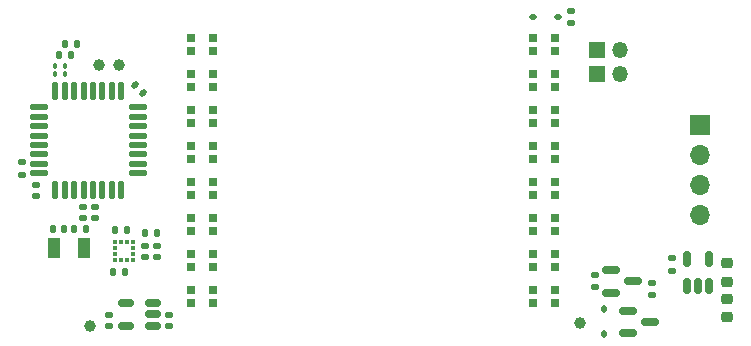
<source format=gbr>
%TF.GenerationSoftware,KiCad,Pcbnew,9.0.0*%
%TF.CreationDate,2025-03-29T11:26:47-04:00*%
%TF.ProjectId,mainboard,6d61696e-626f-4617-9264-2e6b69636164,rev?*%
%TF.SameCoordinates,Original*%
%TF.FileFunction,Soldermask,Top*%
%TF.FilePolarity,Negative*%
%FSLAX46Y46*%
G04 Gerber Fmt 4.6, Leading zero omitted, Abs format (unit mm)*
G04 Created by KiCad (PCBNEW 9.0.0) date 2025-03-29 11:26:47*
%MOMM*%
%LPD*%
G01*
G04 APERTURE LIST*
G04 Aperture macros list*
%AMRoundRect*
0 Rectangle with rounded corners*
0 $1 Rounding radius*
0 $2 $3 $4 $5 $6 $7 $8 $9 X,Y pos of 4 corners*
0 Add a 4 corners polygon primitive as box body*
4,1,4,$2,$3,$4,$5,$6,$7,$8,$9,$2,$3,0*
0 Add four circle primitives for the rounded corners*
1,1,$1+$1,$2,$3*
1,1,$1+$1,$4,$5*
1,1,$1+$1,$6,$7*
1,1,$1+$1,$8,$9*
0 Add four rect primitives between the rounded corners*
20,1,$1+$1,$2,$3,$4,$5,0*
20,1,$1+$1,$4,$5,$6,$7,0*
20,1,$1+$1,$6,$7,$8,$9,0*
20,1,$1+$1,$8,$9,$2,$3,0*%
G04 Aperture macros list end*
%ADD10RoundRect,0.135000X-0.135000X-0.185000X0.135000X-0.185000X0.135000X0.185000X-0.135000X0.185000X0*%
%ADD11RoundRect,0.150000X0.150000X-0.512500X0.150000X0.512500X-0.150000X0.512500X-0.150000X-0.512500X0*%
%ADD12RoundRect,0.125000X0.125000X-0.625000X0.125000X0.625000X-0.125000X0.625000X-0.125000X-0.625000X0*%
%ADD13RoundRect,0.125000X0.625000X-0.125000X0.625000X0.125000X-0.625000X0.125000X-0.625000X-0.125000X0*%
%ADD14R,1.350000X1.350000*%
%ADD15O,1.350000X1.350000*%
%ADD16RoundRect,0.150000X0.512500X0.150000X-0.512500X0.150000X-0.512500X-0.150000X0.512500X-0.150000X0*%
%ADD17R,0.700000X0.700000*%
%ADD18R,1.700000X1.700000*%
%ADD19O,1.700000X1.700000*%
%ADD20RoundRect,0.140000X-0.170000X0.140000X-0.170000X-0.140000X0.170000X-0.140000X0.170000X0.140000X0*%
%ADD21RoundRect,0.150000X-0.587500X-0.150000X0.587500X-0.150000X0.587500X0.150000X-0.587500X0.150000X0*%
%ADD22RoundRect,0.140000X0.170000X-0.140000X0.170000X0.140000X-0.170000X0.140000X-0.170000X-0.140000X0*%
%ADD23RoundRect,0.225000X-0.250000X0.225000X-0.250000X-0.225000X0.250000X-0.225000X0.250000X0.225000X0*%
%ADD24R,1.000000X1.800000*%
%ADD25RoundRect,0.135000X0.135000X0.185000X-0.135000X0.185000X-0.135000X-0.185000X0.135000X-0.185000X0*%
%ADD26R,0.375000X0.350000*%
%ADD27R,0.350000X0.375000*%
%ADD28RoundRect,0.112500X-0.187500X-0.112500X0.187500X-0.112500X0.187500X0.112500X-0.187500X0.112500X0*%
%ADD29C,1.000000*%
%ADD30RoundRect,0.135000X-0.185000X0.135000X-0.185000X-0.135000X0.185000X-0.135000X0.185000X0.135000X0*%
%ADD31RoundRect,0.140000X-0.140000X-0.170000X0.140000X-0.170000X0.140000X0.170000X-0.140000X0.170000X0*%
%ADD32RoundRect,0.135000X0.185000X-0.135000X0.185000X0.135000X-0.185000X0.135000X-0.185000X-0.135000X0*%
%ADD33RoundRect,0.100000X0.100000X-0.130000X0.100000X0.130000X-0.100000X0.130000X-0.100000X-0.130000X0*%
%ADD34RoundRect,0.140000X0.140000X0.170000X-0.140000X0.170000X-0.140000X-0.170000X0.140000X-0.170000X0*%
%ADD35RoundRect,0.112500X0.112500X-0.187500X0.112500X0.187500X-0.112500X0.187500X-0.112500X-0.187500X0*%
%ADD36RoundRect,0.140000X-0.219203X-0.021213X-0.021213X-0.219203X0.219203X0.021213X0.021213X0.219203X0*%
G04 APERTURE END LIST*
D10*
%TO.C,R13*%
X159027400Y-81457800D03*
X160047400Y-81457800D03*
%TD*%
D11*
%TO.C,U5*%
X212232200Y-100959500D03*
X213182200Y-100959500D03*
X214132200Y-100959500D03*
X214132200Y-98684500D03*
X212232200Y-98684500D03*
%TD*%
D12*
%TO.C,U4*%
X158744000Y-92821000D03*
X159544000Y-92821000D03*
X160344000Y-92821000D03*
X161144000Y-92821000D03*
X161944000Y-92821000D03*
X162744000Y-92821000D03*
X163544000Y-92821000D03*
X164344000Y-92821000D03*
D13*
X165719000Y-91446000D03*
X165719000Y-90646000D03*
X165719000Y-89846000D03*
X165719000Y-89046000D03*
X165719000Y-88246000D03*
X165719000Y-87446000D03*
X165719000Y-86646000D03*
X165719000Y-85846000D03*
D12*
X164344000Y-84471000D03*
X163544000Y-84471000D03*
X162744000Y-84471000D03*
X161944000Y-84471000D03*
X161144000Y-84471000D03*
X160344000Y-84471000D03*
X159544000Y-84471000D03*
X158744000Y-84471000D03*
D13*
X157369000Y-85846000D03*
X157369000Y-86646000D03*
X157369000Y-87446000D03*
X157369000Y-88246000D03*
X157369000Y-89046000D03*
X157369000Y-89846000D03*
X157369000Y-90646000D03*
X157369000Y-91446000D03*
%TD*%
D10*
%TO.C,R6*%
X163828000Y-96266000D03*
X164848000Y-96266000D03*
%TD*%
D14*
%TO.C,J3*%
X204597000Y-81026000D03*
D15*
X206597000Y-81026000D03*
%TD*%
D16*
%TO.C,U1*%
X166999500Y-104328000D03*
X166999500Y-103378000D03*
X166999500Y-102428000D03*
X164724500Y-102428000D03*
X164724500Y-104328000D03*
%TD*%
D10*
%TO.C,R7*%
X163675600Y-99796600D03*
X164695600Y-99796600D03*
%TD*%
D17*
%TO.C,D2*%
X172111000Y-84116000D03*
X172111000Y-83016000D03*
X170281000Y-83016000D03*
X170281000Y-84116000D03*
%TD*%
D18*
%TO.C,J1*%
X213360000Y-87386000D03*
D19*
X213360000Y-89926000D03*
X213360000Y-92466000D03*
X213360000Y-95006000D03*
%TD*%
D20*
%TO.C,C3*%
X166344600Y-97564000D03*
X166344600Y-98524000D03*
%TD*%
%TO.C,C4*%
X167360600Y-97564000D03*
X167360600Y-98524000D03*
%TD*%
D21*
%TO.C,Q2*%
X205818500Y-99634000D03*
X205818500Y-101534000D03*
X207693500Y-100584000D03*
%TD*%
D22*
%TO.C,C10*%
X161137600Y-95222000D03*
X161137600Y-94262000D03*
%TD*%
D17*
%TO.C,D7*%
X172111000Y-99356000D03*
X172111000Y-98256000D03*
X170281000Y-98256000D03*
X170281000Y-99356000D03*
%TD*%
D23*
%TO.C,C15*%
X215646000Y-102069600D03*
X215646000Y-103619600D03*
%TD*%
D24*
%TO.C,Y1*%
X161168400Y-97739200D03*
X158668400Y-97739200D03*
%TD*%
D25*
%TO.C,R2*%
X167362600Y-96520000D03*
X166342600Y-96520000D03*
%TD*%
D26*
%TO.C,U3*%
X163804100Y-97294000D03*
X163804100Y-97794000D03*
X163804100Y-98294000D03*
X163804100Y-98794000D03*
D27*
X164316600Y-98806500D03*
X164816600Y-98806500D03*
D26*
X165329100Y-98794000D03*
X165329100Y-98294000D03*
X165329100Y-97794000D03*
X165329100Y-97294000D03*
D27*
X164816600Y-97281500D03*
X164316600Y-97281500D03*
%TD*%
D28*
%TO.C,D33*%
X199195000Y-78232000D03*
X201295000Y-78232000D03*
%TD*%
D17*
%TO.C,D3*%
X172111000Y-87164000D03*
X172111000Y-86064000D03*
X170281000Y-86064000D03*
X170281000Y-87164000D03*
%TD*%
D22*
%TO.C,C8*%
X168402000Y-104366000D03*
X168402000Y-103406000D03*
%TD*%
D29*
%TO.C,3v0*%
X161671000Y-104394000D03*
%TD*%
D17*
%TO.C,D9*%
X199237000Y-101304000D03*
X199237000Y-102404000D03*
X201067000Y-102404000D03*
X201067000Y-101304000D03*
%TD*%
D14*
%TO.C,J2*%
X204597000Y-83058000D03*
D15*
X206597000Y-83058000D03*
%TD*%
D17*
%TO.C,D16*%
X199237000Y-79968000D03*
X199237000Y-81068000D03*
X201067000Y-81068000D03*
X201067000Y-79968000D03*
%TD*%
D30*
%TO.C,R15*%
X209296000Y-100709001D03*
X209296000Y-101728999D03*
%TD*%
D31*
%TO.C,C12*%
X158524000Y-96113600D03*
X159484000Y-96113600D03*
%TD*%
D17*
%TO.C,D11*%
X199237000Y-95208000D03*
X199237000Y-96308000D03*
X201067000Y-96308000D03*
X201067000Y-95208000D03*
%TD*%
%TO.C,D14*%
X199237000Y-86064000D03*
X199237000Y-87164000D03*
X201067000Y-87164000D03*
X201067000Y-86064000D03*
%TD*%
D32*
%TO.C,R8*%
X210972400Y-99671600D03*
X210972400Y-98651600D03*
%TD*%
D29*
%TO.C,TP9*%
X203174600Y-104140000D03*
%TD*%
D10*
%TO.C,R14*%
X159535400Y-80492600D03*
X160555400Y-80492600D03*
%TD*%
D29*
%TO.C,TX1*%
X164160200Y-82270600D03*
%TD*%
D30*
%TO.C,R10*%
X202387200Y-77722000D03*
X202387200Y-78742000D03*
%TD*%
D23*
%TO.C,C14*%
X215646000Y-99072400D03*
X215646000Y-100622400D03*
%TD*%
D17*
%TO.C,D1*%
X172111000Y-81068000D03*
X172111000Y-79968000D03*
X170281000Y-79968000D03*
X170281000Y-81068000D03*
%TD*%
D21*
%TO.C,Q3*%
X207215500Y-103063000D03*
X207215500Y-104963000D03*
X209090500Y-104013000D03*
%TD*%
D33*
%TO.C,R12*%
X158750000Y-83022400D03*
X158750000Y-82382400D03*
%TD*%
D32*
%TO.C,R4*%
X155905200Y-91543600D03*
X155905200Y-90523600D03*
%TD*%
D34*
%TO.C,C13*%
X161312800Y-96113600D03*
X160352800Y-96113600D03*
%TD*%
D35*
%TO.C,D34*%
X205232000Y-105063000D03*
X205232000Y-102963000D03*
%TD*%
D17*
%TO.C,D4*%
X172111000Y-90212000D03*
X172111000Y-89112000D03*
X170281000Y-89112000D03*
X170281000Y-90212000D03*
%TD*%
%TO.C,D6*%
X172111000Y-96308000D03*
X172111000Y-95208000D03*
X170281000Y-95208000D03*
X170281000Y-96308000D03*
%TD*%
%TO.C,D8*%
X172111000Y-102404000D03*
X172111000Y-101304000D03*
X170281000Y-101304000D03*
X170281000Y-102404000D03*
%TD*%
D22*
%TO.C,C6*%
X157124400Y-93393200D03*
X157124400Y-92433200D03*
%TD*%
D29*
%TO.C,RX1*%
X162483800Y-82270600D03*
%TD*%
D17*
%TO.C,D13*%
X199237000Y-89112000D03*
X199237000Y-90212000D03*
X201067000Y-90212000D03*
X201067000Y-89112000D03*
%TD*%
%TO.C,D5*%
X172111000Y-93260000D03*
X172111000Y-92160000D03*
X170281000Y-92160000D03*
X170281000Y-93260000D03*
%TD*%
%TO.C,D12*%
X199237000Y-92160000D03*
X199237000Y-93260000D03*
X201067000Y-93260000D03*
X201067000Y-92160000D03*
%TD*%
D32*
%TO.C,R9*%
X204470000Y-101094000D03*
X204470000Y-100074000D03*
%TD*%
D17*
%TO.C,D15*%
X199237000Y-83016000D03*
X199237000Y-84116000D03*
X201067000Y-84116000D03*
X201067000Y-83016000D03*
%TD*%
D22*
%TO.C,C9*%
X163322000Y-104366000D03*
X163322000Y-103406000D03*
%TD*%
D20*
%TO.C,C7*%
X162102800Y-94262000D03*
X162102800Y-95222000D03*
%TD*%
D33*
%TO.C,R3*%
X159537400Y-83022400D03*
X159537400Y-82382400D03*
%TD*%
D36*
%TO.C,C5*%
X165522589Y-83988589D03*
X166201411Y-84667411D03*
%TD*%
D17*
%TO.C,D10*%
X199237000Y-98256000D03*
X199237000Y-99356000D03*
X201067000Y-99356000D03*
X201067000Y-98256000D03*
%TD*%
M02*

</source>
